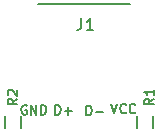
<source format=gbr>
G04 #@! TF.FileFunction,Legend,Top*
%FSLAX46Y46*%
G04 Gerber Fmt 4.6, Leading zero omitted, Abs format (unit mm)*
G04 Created by KiCad (PCBNEW 4.0.0-rc1-stable) date mån 21 sep 2015 20:07:33*
%MOMM*%
G01*
G04 APERTURE LIST*
%ADD10C,0.100000*%
%ADD11C,0.150000*%
G04 APERTURE END LIST*
D10*
D11*
X71015000Y-11152000D02*
X71015000Y-10152000D01*
X72365000Y-10152000D02*
X72365000Y-11152000D01*
X59775500Y-11140000D02*
X59775500Y-10140000D01*
X61125500Y-10140000D02*
X61125500Y-11140000D01*
X70410000Y-665000D02*
X62610000Y-665000D01*
X72402305Y-8670933D02*
X72021352Y-8937600D01*
X72402305Y-9128076D02*
X71602305Y-9128076D01*
X71602305Y-8823314D01*
X71640400Y-8747123D01*
X71678495Y-8709028D01*
X71754686Y-8670933D01*
X71868971Y-8670933D01*
X71945162Y-8709028D01*
X71983257Y-8747123D01*
X72021352Y-8823314D01*
X72021352Y-9128076D01*
X72402305Y-7909028D02*
X72402305Y-8366171D01*
X72402305Y-8137600D02*
X71602305Y-8137600D01*
X71716590Y-8213790D01*
X71792781Y-8289981D01*
X71830876Y-8366171D01*
X60819905Y-8696333D02*
X60438952Y-8963000D01*
X60819905Y-9153476D02*
X60019905Y-9153476D01*
X60019905Y-8848714D01*
X60058000Y-8772523D01*
X60096095Y-8734428D01*
X60172286Y-8696333D01*
X60286571Y-8696333D01*
X60362762Y-8734428D01*
X60400857Y-8772523D01*
X60438952Y-8848714D01*
X60438952Y-9153476D01*
X60096095Y-8391571D02*
X60058000Y-8353476D01*
X60019905Y-8277285D01*
X60019905Y-8086809D01*
X60058000Y-8010619D01*
X60096095Y-7972523D01*
X60172286Y-7934428D01*
X60248476Y-7934428D01*
X60362762Y-7972523D01*
X60819905Y-8429666D01*
X60819905Y-7934428D01*
X61626477Y-9253000D02*
X61550286Y-9214905D01*
X61436001Y-9214905D01*
X61321715Y-9253000D01*
X61245524Y-9329190D01*
X61207429Y-9405381D01*
X61169334Y-9557762D01*
X61169334Y-9672048D01*
X61207429Y-9824429D01*
X61245524Y-9900619D01*
X61321715Y-9976810D01*
X61436001Y-10014905D01*
X61512191Y-10014905D01*
X61626477Y-9976810D01*
X61664572Y-9938714D01*
X61664572Y-9672048D01*
X61512191Y-9672048D01*
X62007429Y-10014905D02*
X62007429Y-9214905D01*
X62464572Y-10014905D01*
X62464572Y-9214905D01*
X62845524Y-10014905D02*
X62845524Y-9214905D01*
X63036000Y-9214905D01*
X63150286Y-9253000D01*
X63226477Y-9329190D01*
X63264572Y-9405381D01*
X63302667Y-9557762D01*
X63302667Y-9672048D01*
X63264572Y-9824429D01*
X63226477Y-9900619D01*
X63150286Y-9976810D01*
X63036000Y-10014905D01*
X62845524Y-10014905D01*
X64071238Y-10014905D02*
X64071238Y-9214905D01*
X64261714Y-9214905D01*
X64376000Y-9253000D01*
X64452191Y-9329190D01*
X64490286Y-9405381D01*
X64528381Y-9557762D01*
X64528381Y-9672048D01*
X64490286Y-9824429D01*
X64452191Y-9900619D01*
X64376000Y-9976810D01*
X64261714Y-10014905D01*
X64071238Y-10014905D01*
X64871238Y-9710143D02*
X65480762Y-9710143D01*
X65176000Y-10014905D02*
X65176000Y-9405381D01*
X66674738Y-10067905D02*
X66674738Y-9267905D01*
X66865214Y-9267905D01*
X66979500Y-9306000D01*
X67055691Y-9382190D01*
X67093786Y-9458381D01*
X67131881Y-9610762D01*
X67131881Y-9725048D01*
X67093786Y-9877429D01*
X67055691Y-9953619D01*
X66979500Y-10029810D01*
X66865214Y-10067905D01*
X66674738Y-10067905D01*
X67474738Y-9763143D02*
X68084262Y-9763143D01*
X68789333Y-9114905D02*
X69056000Y-9914905D01*
X69322667Y-9114905D01*
X70046476Y-9838714D02*
X70008381Y-9876810D01*
X69894095Y-9914905D01*
X69817905Y-9914905D01*
X69703619Y-9876810D01*
X69627428Y-9800619D01*
X69589333Y-9724429D01*
X69551238Y-9572048D01*
X69551238Y-9457762D01*
X69589333Y-9305381D01*
X69627428Y-9229190D01*
X69703619Y-9153000D01*
X69817905Y-9114905D01*
X69894095Y-9114905D01*
X70008381Y-9153000D01*
X70046476Y-9191095D01*
X70846476Y-9838714D02*
X70808381Y-9876810D01*
X70694095Y-9914905D01*
X70617905Y-9914905D01*
X70503619Y-9876810D01*
X70427428Y-9800619D01*
X70389333Y-9724429D01*
X70351238Y-9572048D01*
X70351238Y-9457762D01*
X70389333Y-9305381D01*
X70427428Y-9229190D01*
X70503619Y-9153000D01*
X70617905Y-9114905D01*
X70694095Y-9114905D01*
X70808381Y-9153000D01*
X70846476Y-9191095D01*
X66276667Y-1861381D02*
X66276667Y-2575667D01*
X66229047Y-2718524D01*
X66133809Y-2813762D01*
X65990952Y-2861381D01*
X65895714Y-2861381D01*
X67276667Y-2861381D02*
X66705238Y-2861381D01*
X66990952Y-2861381D02*
X66990952Y-1861381D01*
X66895714Y-2004238D01*
X66800476Y-2099476D01*
X66705238Y-2147095D01*
M02*

</source>
